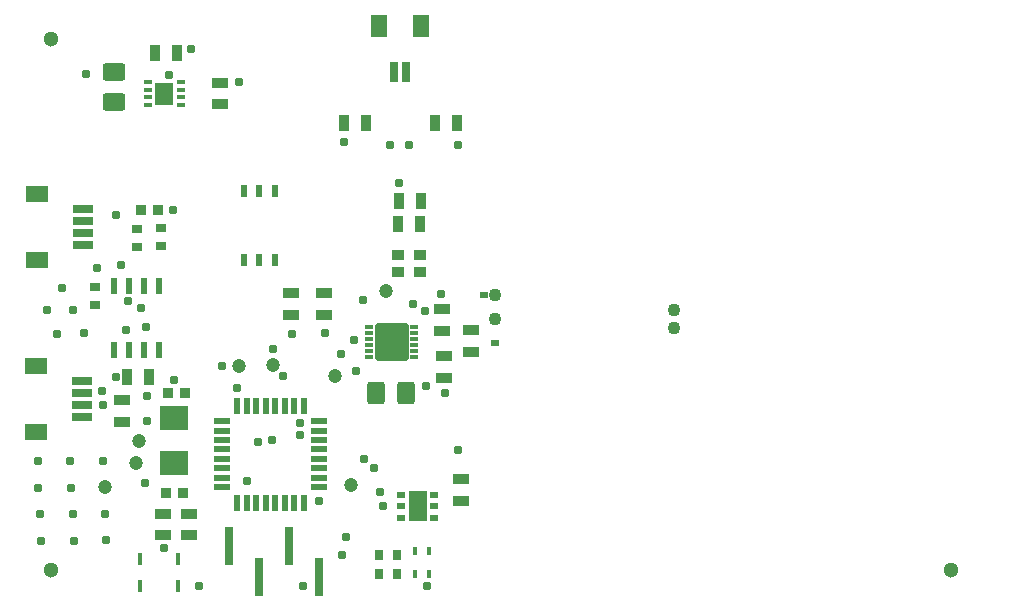
<source format=gts>
G04*
G04 #@! TF.GenerationSoftware,Altium Limited,Altium Designer,23.7.1 (13)*
G04*
G04 Layer_Color=8388736*
%FSLAX25Y25*%
%MOIN*%
G70*
G04*
G04 #@! TF.SameCoordinates,E761BF88-05AE-44ED-84BE-F3DD1BAF6ADF*
G04*
G04*
G04 #@! TF.FilePolarity,Negative*
G04*
G01*
G75*
%ADD17R,0.01997X0.05756*%
%ADD18R,0.05756X0.01997*%
%ADD19R,0.09449X0.07874*%
%ADD20R,0.01811X0.04331*%
%ADD21R,0.02500X0.13156*%
%ADD22R,0.02197X0.04156*%
%ADD30R,0.01600X0.02800*%
%ADD33R,0.04100X0.03700*%
%ADD35R,0.02197X0.05728*%
%ADD36R,0.02978X0.03200*%
%ADD37R,0.03200X0.02978*%
%ADD38R,0.03378X0.03200*%
%ADD39R,0.02699X0.02499*%
%ADD40R,0.05221X0.03646*%
%ADD41C,0.04737*%
%ADD42R,0.05324X0.07687*%
%ADD43R,0.02962X0.06702*%
%ADD44R,0.03646X0.05221*%
G04:AMPARAMS|DCode=45|XSize=58.11mil|YSize=73.86mil|CornerRadius=8.39mil|HoleSize=0mil|Usage=FLASHONLY|Rotation=180.000|XOffset=0mil|YOffset=0mil|HoleType=Round|Shape=RoundedRectangle|*
%AMROUNDEDRECTD45*
21,1,0.05811,0.05709,0,0,180.0*
21,1,0.04134,0.07386,0,0,180.0*
1,1,0.01677,-0.02067,0.02854*
1,1,0.01677,0.02067,0.02854*
1,1,0.01677,0.02067,-0.02854*
1,1,0.01677,-0.02067,-0.02854*
%
%ADD45ROUNDEDRECTD45*%
G04:AMPARAMS|DCode=46|XSize=58.11mil|YSize=73.86mil|CornerRadius=8.39mil|HoleSize=0mil|Usage=FLASHONLY|Rotation=270.000|XOffset=0mil|YOffset=0mil|HoleType=Round|Shape=RoundedRectangle|*
%AMROUNDEDRECTD46*
21,1,0.05811,0.05709,0,0,270.0*
21,1,0.04134,0.07386,0,0,270.0*
1,1,0.01677,-0.02854,-0.02067*
1,1,0.01677,-0.02854,0.02067*
1,1,0.01677,0.02854,0.02067*
1,1,0.01677,0.02854,-0.02067*
%
%ADD46ROUNDEDRECTD46*%
%ADD47R,0.06306X0.07290*%
%ADD48O,0.02762X0.01581*%
%ADD49R,0.02762X0.01975*%
%ADD50R,0.06306X0.09849*%
%ADD51R,0.06702X0.02962*%
%ADD52R,0.07687X0.05324*%
G04:AMPARAMS|DCode=53|XSize=26.61mil|YSize=12.84mil|CornerRadius=2.73mil|HoleSize=0mil|Usage=FLASHONLY|Rotation=0.000|XOffset=0mil|YOffset=0mil|HoleType=Round|Shape=RoundedRectangle|*
%AMROUNDEDRECTD53*
21,1,0.02661,0.00738,0,0,0.0*
21,1,0.02116,0.01284,0,0,0.0*
1,1,0.00545,0.01058,-0.00369*
1,1,0.00545,-0.01058,-0.00369*
1,1,0.00545,-0.01058,0.00369*
1,1,0.00545,0.01058,0.00369*
%
%ADD53ROUNDEDRECTD53*%
G04:AMPARAMS|DCode=54|XSize=110.36mil|YSize=126.11mil|CornerRadius=6.56mil|HoleSize=0mil|Usage=FLASHONLY|Rotation=0.000|XOffset=0mil|YOffset=0mil|HoleType=Round|Shape=RoundedRectangle|*
%AMROUNDEDRECTD54*
21,1,0.11036,0.11299,0,0,0.0*
21,1,0.09724,0.12611,0,0,0.0*
1,1,0.01312,0.04862,-0.05650*
1,1,0.01312,-0.04862,-0.05650*
1,1,0.01312,-0.04862,0.05650*
1,1,0.01312,0.04862,0.05650*
%
%ADD54ROUNDEDRECTD54*%
%ADD55C,0.05118*%
%ADD56C,0.02368*%
%ADD57C,0.00299*%
%ADD58C,0.03055*%
%ADD59C,0.04299*%
%ADD60C,0.01480*%
D17*
X77362Y70602D02*
D03*
X80512D02*
D03*
X83661D02*
D03*
X86811D02*
D03*
X89961D02*
D03*
X93110D02*
D03*
X96260D02*
D03*
X99410D02*
D03*
Y38202D02*
D03*
X96260D02*
D03*
X93110D02*
D03*
X89961D02*
D03*
X86811D02*
D03*
X83661D02*
D03*
X80512D02*
D03*
X77362D02*
D03*
D18*
X104586Y65425D02*
D03*
Y62276D02*
D03*
Y59126D02*
D03*
Y55976D02*
D03*
Y52827D02*
D03*
Y49677D02*
D03*
Y46528D02*
D03*
Y43378D02*
D03*
X72186D02*
D03*
Y46528D02*
D03*
Y49677D02*
D03*
Y52827D02*
D03*
Y55976D02*
D03*
Y59126D02*
D03*
Y62276D02*
D03*
Y65425D02*
D03*
D19*
X56346Y66327D02*
D03*
Y51366D02*
D03*
D20*
X57480Y10433D02*
D03*
Y19488D02*
D03*
X44882Y10433D02*
D03*
Y19488D02*
D03*
D21*
X104547Y13565D02*
D03*
X94547Y23965D02*
D03*
X84547Y13565D02*
D03*
X74547Y23965D02*
D03*
D22*
X79528Y142209D02*
D03*
X84646D02*
D03*
X89764D02*
D03*
Y119209D02*
D03*
X84646D02*
D03*
X79528D02*
D03*
D30*
X136626Y14567D02*
D03*
X141326D02*
D03*
X136626Y22047D02*
D03*
X141326D02*
D03*
D33*
X138287Y115260D02*
D03*
X131004D02*
D03*
Y120960D02*
D03*
X138287D02*
D03*
D35*
X36354Y89203D02*
D03*
X41354D02*
D03*
X46354D02*
D03*
X51354D02*
D03*
Y110631D02*
D03*
X46354D02*
D03*
X41354D02*
D03*
X36354D02*
D03*
D36*
X130598Y14567D02*
D03*
X124520D02*
D03*
X130598Y20866D02*
D03*
X124520D02*
D03*
D37*
X51925Y129744D02*
D03*
Y123666D02*
D03*
X29921Y104048D02*
D03*
Y110126D02*
D03*
X43728Y123532D02*
D03*
Y129610D02*
D03*
D38*
X59926Y74803D02*
D03*
X54248D02*
D03*
X59138Y41339D02*
D03*
X53460D02*
D03*
X50871Y135827D02*
D03*
X45193D02*
D03*
D39*
X163285Y91547D02*
D03*
X159611Y107547D02*
D03*
D40*
X155118Y95768D02*
D03*
Y88484D02*
D03*
X95276Y100689D02*
D03*
Y107972D02*
D03*
X106299Y100689D02*
D03*
Y107972D02*
D03*
X146063Y79823D02*
D03*
Y87106D02*
D03*
X145669Y102854D02*
D03*
Y95571D02*
D03*
X52492Y27343D02*
D03*
Y34626D02*
D03*
X61122Y27327D02*
D03*
Y34610D02*
D03*
X38996Y72555D02*
D03*
Y65272D02*
D03*
X71437Y170988D02*
D03*
Y178272D02*
D03*
X151969Y46161D02*
D03*
Y38878D02*
D03*
D41*
X115354Y44094D02*
D03*
X33071Y43307D02*
D03*
X126772Y108661D02*
D03*
X110004Y80315D02*
D03*
X44488Y58661D02*
D03*
X43701Y51575D02*
D03*
X77870Y83854D02*
D03*
X89098Y84110D02*
D03*
D42*
X124409Y197244D02*
D03*
X138583D02*
D03*
D43*
X129528Y181890D02*
D03*
X133465D02*
D03*
D44*
X120177Y164961D02*
D03*
X112894D02*
D03*
X150492D02*
D03*
X143209D02*
D03*
X131150Y138957D02*
D03*
X138433D02*
D03*
X130968Y130972D02*
D03*
X138252D02*
D03*
X40547Y80079D02*
D03*
X47831D02*
D03*
X57268Y188126D02*
D03*
X49984D02*
D03*
D45*
X133661Y74803D02*
D03*
X123425D02*
D03*
D46*
X36169Y171634D02*
D03*
Y181870D02*
D03*
D47*
X52941Y174583D02*
D03*
D48*
X47429Y170744D02*
D03*
Y173303D02*
D03*
Y175862D02*
D03*
Y178421D02*
D03*
X58453D02*
D03*
Y175862D02*
D03*
Y173303D02*
D03*
Y170744D02*
D03*
D49*
X131890Y40945D02*
D03*
Y37008D02*
D03*
Y33071D02*
D03*
X142913D02*
D03*
Y37008D02*
D03*
Y40945D02*
D03*
D50*
X137402Y37008D02*
D03*
D51*
X25547Y78638D02*
D03*
Y74701D02*
D03*
Y70764D02*
D03*
Y66827D02*
D03*
X26047Y136079D02*
D03*
Y132142D02*
D03*
Y128205D02*
D03*
Y124268D02*
D03*
D52*
X10193Y83756D02*
D03*
Y61709D02*
D03*
X10693Y141197D02*
D03*
Y119150D02*
D03*
D53*
X136221Y92716D02*
D03*
Y86811D02*
D03*
Y88779D02*
D03*
Y90748D02*
D03*
Y94685D02*
D03*
Y96653D02*
D03*
X121260Y86811D02*
D03*
Y88779D02*
D03*
Y90748D02*
D03*
Y92716D02*
D03*
Y94685D02*
D03*
Y96653D02*
D03*
D54*
X128740Y91732D02*
D03*
D55*
X15157Y15748D02*
D03*
X315354D02*
D03*
X15264Y192642D02*
D03*
D56*
X52941Y172122D02*
D03*
Y177043D02*
D03*
X50972Y174583D02*
D03*
X54909D02*
D03*
X135433Y37008D02*
D03*
X139370D02*
D03*
X135433Y40748D02*
D03*
X139370D02*
D03*
X135433Y33268D02*
D03*
X139370D02*
D03*
D57*
X161319Y187441D02*
D03*
X331319Y17441D02*
D03*
Y187441D02*
D03*
X161319Y17441D02*
D03*
D58*
X150787Y55905D02*
D03*
X140551Y10630D02*
D03*
X150787Y157480D02*
D03*
X145276Y107874D02*
D03*
X134646Y157480D02*
D03*
X128347D02*
D03*
X139764Y101969D02*
D03*
X119291Y105905D02*
D03*
X135827Y104331D02*
D03*
X140157Y77165D02*
D03*
X146539Y74650D02*
D03*
X119685Y52870D02*
D03*
X124803Y41732D02*
D03*
X92520Y80315D02*
D03*
X125984Y37008D02*
D03*
X116929Y82284D02*
D03*
X116142Y92520D02*
D03*
X111811Y87795D02*
D03*
X131118Y144882D02*
D03*
X106693Y94882D02*
D03*
X95669Y94488D02*
D03*
X56299Y79134D02*
D03*
X46457Y44882D02*
D03*
X47095Y73909D02*
D03*
X52756Y23031D02*
D03*
X99213Y10630D02*
D03*
X64567D02*
D03*
X112205Y20866D02*
D03*
X36882Y134236D02*
D03*
X11024Y43147D02*
D03*
X22047D02*
D03*
X30709Y116535D02*
D03*
X18898Y109843D02*
D03*
X26378Y94882D02*
D03*
X17323Y94488D02*
D03*
X22441Y102362D02*
D03*
X13780D02*
D03*
X33465Y25824D02*
D03*
X22835Y25430D02*
D03*
X11811D02*
D03*
X33071Y34486D02*
D03*
X22441D02*
D03*
X11417D02*
D03*
X32677Y52202D02*
D03*
X21654D02*
D03*
X11024D02*
D03*
X55905Y135827D02*
D03*
X38583Y117323D02*
D03*
X54555Y180831D02*
D03*
X26992Y181264D02*
D03*
X62051Y189366D02*
D03*
X77807Y178524D02*
D03*
X104496Y38752D02*
D03*
X77319Y76378D02*
D03*
X36740Y79996D02*
D03*
X40236Y95878D02*
D03*
X112839Y158398D02*
D03*
X32374Y75410D02*
D03*
X40878Y105398D02*
D03*
X32492Y70784D02*
D03*
X46913Y96933D02*
D03*
X45150Y103260D02*
D03*
X80390Y45299D02*
D03*
X123000Y49764D02*
D03*
X47221Y65299D02*
D03*
X72154Y83909D02*
D03*
X84264Y58406D02*
D03*
X89067Y89429D02*
D03*
X88972Y59102D02*
D03*
X98209Y64780D02*
D03*
X98110Y60844D02*
D03*
X113634Y26791D02*
D03*
D59*
X222919Y96500D02*
D03*
X163319Y99500D02*
D03*
X222919Y102500D02*
D03*
X163319Y107500D02*
D03*
D60*
X132849Y91767D02*
D03*
X124606Y91732D02*
D03*
X128740Y86811D02*
D03*
Y96653D02*
D03*
M02*

</source>
